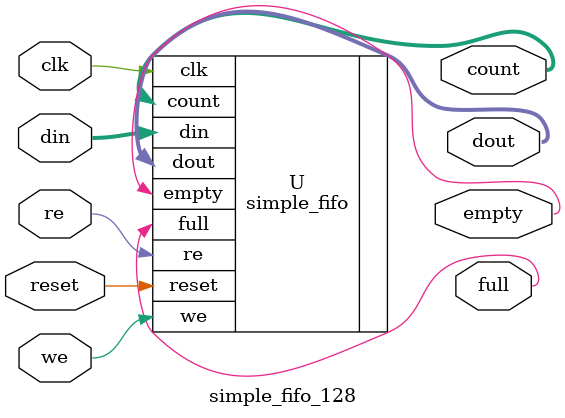
<source format=v>
`default_nettype none

module simple_fifo_128 #(parameter WIDTH = 128, parameter DEPTH = 8)
   (
    input wire 		   clk,
    input wire 		   reset,
   
    input wire 		   we,
    input wire [WIDTH-1:0] din,
    input wire 		   re,
    //output reg [WIDTH-1:0] dout,
    output wire [WIDTH-1:0] dout,
    output wire		   empty,
    output wire		   full,
    output wire [WIDTH-1:0] count
    );
   
    simple_fifo#(.WIDTH(WIDTH), .DEPTH(DEPTH)) U(
	.clk(clk),
	.reset(reset),
	.we(we),
	.din(din),
	.re(re),
	.dout(dout),
	.empty(empty),
	.full(full),
	.count(count)
    );
	
endmodule
`default_nettype wire

</source>
